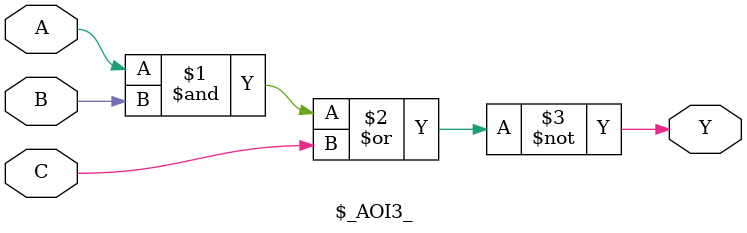
<source format=v>
module \$_AOI3_ (A, B, C, Y);
input A, B, C;
output Y;
assign Y = ~((A & B) | C);
endmodule
</source>
